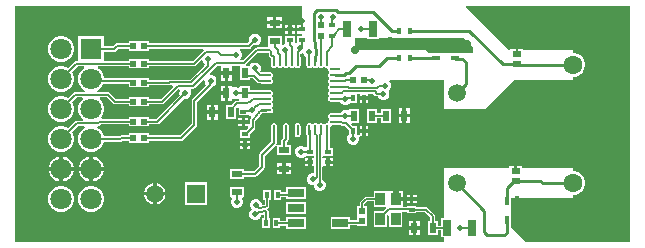
<source format=gtl>
G04*
G04 #@! TF.GenerationSoftware,Altium Limited,Altium Designer,21.8.1 (53)*
G04*
G04 Layer_Physical_Order=1*
G04 Layer_Color=255*
%FSAX44Y44*%
%MOMM*%
G71*
G04*
G04 #@! TF.SameCoordinates,5CBFF69A-9E9C-4C7E-BD42-F0D9998AF3AF*
G04*
G04*
G04 #@! TF.FilePolarity,Positive*
G04*
G01*
G75*
%ADD12C,0.2000*%
%ADD13C,0.1500*%
%ADD32C,1.6000*%
%ADD41R,0.6000X0.9500*%
%ADD42R,0.9500X0.6000*%
%ADD43R,0.5500X0.5500*%
%ADD44R,0.5500X0.5500*%
%ADD45R,0.4000X0.5500*%
%ADD46R,0.8000X1.3500*%
%ADD47O,0.2500X0.9000*%
%ADD48O,0.9000X0.2500*%
%ADD49R,4.5000X4.5000*%
%ADD50R,0.9000X1.1000*%
%ADD51R,1.4000X0.7600*%
%ADD52R,0.5500X0.4000*%
%ADD53R,0.8000X0.5500*%
%ADD54R,0.3500X0.8000*%
%ADD55R,0.3500X2.4000*%
%ADD56R,0.8000X0.3500*%
%ADD57R,2.4000X0.3500*%
%ADD58C,0.2297*%
%ADD59C,0.1411*%
%ADD60R,0.5000X1.5000*%
%ADD61R,2.0000X2.5000*%
%ADD62C,1.5000*%
%ADD63C,2.2000*%
%ADD64R,1.8000X1.8000*%
%ADD65C,1.8000*%
%ADD66R,1.5000X1.5000*%
%ADD67C,0.7000*%
%ADD68C,0.5000*%
%ADD69C,0.4600*%
G36*
X00390000Y00065000D02*
Y00060000D01*
X00352500D01*
X00350000Y00062500D01*
X00290000D01*
Y00072500D01*
X00299980D01*
Y00071980D01*
X00310520D01*
Y00072500D01*
X00382500D01*
X00390000Y00065000D01*
D02*
G37*
G36*
X00522500Y-00100000D02*
X00435000D01*
X00422500Y-00087500D01*
Y-00062500D01*
X00475000D01*
Y-00060000D01*
X00476316D01*
X00478860Y-00059318D01*
X00481140Y-00058002D01*
X00483002Y-00056140D01*
X00484319Y-00053860D01*
X00485000Y-00051316D01*
Y-00048684D01*
X00484319Y-00046140D01*
X00483002Y-00043860D01*
X00481140Y-00041998D01*
X00478860Y-00040682D01*
X00476316Y-00040000D01*
X00475000D01*
Y-00037500D01*
X00431500D01*
Y-00035500D01*
X00427500D01*
Y-00039750D01*
X00424500D01*
Y-00035500D01*
X00420500D01*
Y-00037500D01*
X00365000D01*
Y-00079980D01*
X00362480D01*
Y-00085986D01*
X00360020D01*
Y-00081980D01*
X00357764D01*
Y-00077750D01*
X00357611Y-00076979D01*
X00357174Y-00076326D01*
X00351924Y-00071076D01*
X00351271Y-00070639D01*
X00350500Y-00070486D01*
X00342020D01*
Y-00069230D01*
X00333980D01*
Y-00070236D01*
X00330500D01*
Y-00065000D01*
X00324500D01*
Y-00063500D01*
X00323000D01*
Y-00056500D01*
X00318500D01*
Y-00056634D01*
X00317270Y-00056730D01*
X00317230Y-00056730D01*
X00305730D01*
Y-00061486D01*
X00299750D01*
X00299750Y-00061486D01*
X00298979Y-00061639D01*
X00298326Y-00062076D01*
X00294576Y-00065826D01*
X00294139Y-00066479D01*
X00293986Y-00067250D01*
Y-00069480D01*
X00291980D01*
Y-00077210D01*
X00291980Y-00077520D01*
Y-00078480D01*
X00291980Y-00078790D01*
Y-00081486D01*
X00285970D01*
Y-00078430D01*
X00269430D01*
Y-00088570D01*
X00285970D01*
Y-00085514D01*
X00291980D01*
Y-00086520D01*
X00300020D01*
Y-00078790D01*
X00300020Y-00078480D01*
Y-00077520D01*
X00300020Y-00077210D01*
Y-00069480D01*
X00298014D01*
Y-00068084D01*
X00300584Y-00065514D01*
X00305730D01*
Y-00070270D01*
X00316086D01*
X00316612Y-00071540D01*
X00314422Y-00073730D01*
X00305730D01*
Y-00087270D01*
X00317270D01*
Y-00077547D01*
X00317460Y-00077420D01*
X00318730Y-00078099D01*
Y-00087270D01*
X00330270D01*
Y-00074264D01*
X00333980D01*
Y-00075770D01*
X00342020D01*
Y-00074514D01*
X00349666D01*
X00353736Y-00078584D01*
Y-00081980D01*
X00351480D01*
Y-00094020D01*
X00360020D01*
Y-00090014D01*
X00362480D01*
Y-00096020D01*
X00365000D01*
Y-00100000D01*
X00002500D01*
Y00100000D01*
X00245000D01*
Y00083500D01*
X00240750D01*
Y00081500D01*
X00245000D01*
Y00078500D01*
X00240750D01*
Y00076500D01*
X00245000D01*
Y00074270D01*
X00240980D01*
Y00068887D01*
X00240242Y00068327D01*
X00239020Y00068878D01*
Y00074270D01*
X00230980D01*
X00230980Y00067730D01*
X00229789Y00067540D01*
X00229748D01*
X00229076Y00067262D01*
X00228020Y00067967D01*
Y00074520D01*
X00215980D01*
Y00065980D01*
X00215980D01*
X00215728Y00064815D01*
X00207000D01*
X00206114Y00064638D01*
X00205363Y00064137D01*
X00195041Y00053815D01*
X00193488D01*
X00192962Y00055085D01*
X00193523Y00055645D01*
X00194290Y00057498D01*
Y00059503D01*
X00193523Y00061355D01*
X00192462Y00062415D01*
X00192967Y00063685D01*
X00200000D01*
X00200886Y00063862D01*
X00201637Y00064363D01*
X00203957Y00066684D01*
X00204498Y00066460D01*
X00206502D01*
X00208355Y00067227D01*
X00209773Y00068645D01*
X00210540Y00070497D01*
Y00072502D01*
X00209773Y00074355D01*
X00208355Y00075773D01*
X00206502Y00076540D01*
X00204498D01*
X00202645Y00075773D01*
X00201227Y00074355D01*
X00200460Y00072502D01*
Y00070497D01*
X00200684Y00069957D01*
X00199041Y00068314D01*
X00115520D01*
Y00070020D01*
X00107790D01*
X00107480Y00070020D01*
X00106520D01*
X00106210Y00070020D01*
X00098480D01*
Y00068314D01*
X00088750D01*
X00087864Y00068138D01*
X00087113Y00067637D01*
X00085291Y00065814D01*
X00077670D01*
Y00074500D01*
X00055670D01*
Y00053314D01*
X00054170D01*
X00053284Y00053138D01*
X00052533Y00052637D01*
X00047248Y00047351D01*
X00045516Y00048350D01*
X00042718Y00049100D01*
X00039822D01*
X00037024Y00048350D01*
X00034516Y00046902D01*
X00032468Y00044854D01*
X00031020Y00042346D01*
X00030270Y00039548D01*
Y00036652D01*
X00031020Y00033854D01*
X00032468Y00031346D01*
X00034516Y00029298D01*
X00037024Y00027850D01*
X00039822Y00027100D01*
X00042718D01*
X00045516Y00027850D01*
X00048024Y00029298D01*
X00050072Y00031346D01*
X00051520Y00033854D01*
X00052270Y00036652D01*
Y00039548D01*
X00051520Y00042346D01*
X00050521Y00044078D01*
X00055129Y00048685D01*
X00060465D01*
X00060805Y00047415D01*
X00059916Y00046902D01*
X00057868Y00044854D01*
X00056420Y00042346D01*
X00055670Y00039548D01*
Y00036652D01*
X00056420Y00033854D01*
X00057868Y00031346D01*
X00059916Y00029298D01*
X00061584Y00028335D01*
X00061244Y00027064D01*
X00053320D01*
X00052434Y00026888D01*
X00051683Y00026387D01*
X00047247Y00021951D01*
X00045516Y00022950D01*
X00042718Y00023700D01*
X00039822D01*
X00037024Y00022950D01*
X00034516Y00021502D01*
X00032468Y00019454D01*
X00031020Y00016946D01*
X00030270Y00014148D01*
Y00011252D01*
X00031020Y00008454D01*
X00032468Y00005946D01*
X00034516Y00003898D01*
X00037024Y00002450D01*
X00039822Y00001700D01*
X00042718D01*
X00045516Y00002450D01*
X00048024Y00003898D01*
X00050072Y00005946D01*
X00051520Y00008454D01*
X00052270Y00011252D01*
Y00014148D01*
X00051520Y00016946D01*
X00050521Y00018677D01*
X00054279Y00022436D01*
X00059103D01*
X00059579Y00021165D01*
X00057868Y00019454D01*
X00056420Y00016946D01*
X00055670Y00014148D01*
Y00011252D01*
X00056420Y00008454D01*
X00057868Y00005946D01*
X00059729Y00004085D01*
X00059465Y00002815D01*
X00054470D01*
X00053584Y00002638D01*
X00052833Y00002137D01*
X00047247Y-00003449D01*
X00045516Y-00002450D01*
X00042718Y-00001700D01*
X00039822D01*
X00037024Y-00002450D01*
X00034516Y-00003898D01*
X00032468Y-00005946D01*
X00031020Y-00008454D01*
X00030270Y-00011252D01*
Y-00014148D01*
X00031020Y-00016946D01*
X00032468Y-00019454D01*
X00034516Y-00021502D01*
X00037024Y-00022950D01*
X00039822Y-00023700D01*
X00042718D01*
X00045516Y-00022950D01*
X00048024Y-00021502D01*
X00050072Y-00019454D01*
X00051520Y-00016946D01*
X00052270Y-00014148D01*
Y-00011252D01*
X00051520Y-00008454D01*
X00050521Y-00006723D01*
X00055429Y-00001814D01*
X00060984D01*
X00061325Y-00003085D01*
X00059916Y-00003898D01*
X00057868Y-00005946D01*
X00056420Y-00008454D01*
X00055670Y-00011252D01*
Y-00014148D01*
X00056420Y-00016946D01*
X00057868Y-00019454D01*
X00059916Y-00021502D01*
X00062424Y-00022950D01*
X00065222Y-00023700D01*
X00068118D01*
X00070916Y-00022950D01*
X00073424Y-00021502D01*
X00075472Y-00019454D01*
X00076920Y-00016946D01*
X00077438Y-00015014D01*
X00091300D01*
X00092186Y-00014838D01*
X00092937Y-00014337D01*
X00092959Y-00014315D01*
X00098480D01*
Y-00016020D01*
X00106210D01*
X00106520Y-00016020D01*
X00107480D01*
X00107790Y-00016020D01*
X00115520D01*
Y-00014315D01*
X00143000D01*
X00143886Y-00014138D01*
X00144637Y-00013637D01*
X00155762Y-00002512D01*
X00156263Y-00001761D01*
X00156440Y-00000875D01*
Y00018916D01*
X00168997Y00031474D01*
X00169078Y00031595D01*
X00170605Y00032227D01*
X00172023Y00033645D01*
X00172790Y00035498D01*
Y00037503D01*
X00172023Y00039355D01*
X00170605Y00040773D01*
X00168752Y00041540D01*
X00167609D01*
X00167083Y00042810D01*
X00173459Y00049186D01*
X00176750D01*
Y00044500D01*
X00181250D01*
X00185750D01*
Y00049186D01*
X00191279D01*
X00192480Y00049020D01*
X00192480Y00047916D01*
Y00036980D01*
X00201020D01*
Y00038686D01*
X00203541D01*
X00207268Y00034959D01*
X00208019Y00034457D01*
X00208770Y00034308D01*
X00208904Y00034281D01*
X00210535D01*
X00210767Y00034126D01*
X00211750Y00033931D01*
X00218250D01*
X00219233Y00034126D01*
X00220067Y00034683D01*
X00220624Y00035517D01*
X00220819Y00036500D01*
X00220624Y00037483D01*
X00220067Y00038317D01*
Y00039683D01*
D01*
X00220624Y00040517D01*
X00220819Y00041500D01*
X00220624Y00042483D01*
X00220067Y00043317D01*
X00219233Y00043874D01*
X00218250Y00044069D01*
X00211750D01*
X00210949Y00043910D01*
X00210696D01*
X00209866Y00044974D01*
X00210290Y00045998D01*
Y00048003D01*
X00209523Y00049855D01*
X00208105Y00051273D01*
X00207500Y00051523D01*
X00206252Y00052040D01*
X00204247D01*
X00202395Y00051273D01*
X00200977Y00049855D01*
X00200632Y00049020D01*
X00198589D01*
X00198063Y00050290D01*
X00207500Y00059727D01*
X00207773Y00060000D01*
X00207959Y00060185D01*
X00216857D01*
Y00060000D01*
Y00058714D01*
X00217033Y00057828D01*
X00217535Y00057077D01*
X00218931Y00055682D01*
Y00049750D01*
X00219126Y00048767D01*
X00219683Y00047933D01*
X00220517Y00047376D01*
X00221500Y00047181D01*
X00222483Y00047376D01*
X00223317Y00047933D01*
X00224683D01*
X00225517Y00047376D01*
X00226500Y00047181D01*
X00227483Y00047376D01*
X00228317Y00047933D01*
X00229683D01*
X00230517Y00047376D01*
X00231500Y00047181D01*
X00232483Y00047376D01*
X00233317Y00047933D01*
X00234683D01*
X00235517Y00047376D01*
X00236500Y00047181D01*
X00237483Y00047376D01*
X00238317Y00047933D01*
X00239683D01*
X00240517Y00047376D01*
X00241500Y00047181D01*
X00242483Y00047376D01*
X00243317Y00047933D01*
X00243730Y00048552D01*
X00243874Y00048767D01*
X00244069Y00049750D01*
Y00056250D01*
X00243874Y00057233D01*
X00243815Y00057322D01*
Y00059210D01*
X00244753D01*
X00246287Y00059845D01*
X00246977Y00058178D01*
X00248339Y00056817D01*
X00248990Y00056547D01*
X00248931Y00056250D01*
Y00049750D01*
X00249126Y00048767D01*
X00249683Y00047933D01*
X00250517Y00047376D01*
X00251500Y00047181D01*
X00252483Y00047376D01*
X00253317Y00047933D01*
X00254683D01*
X00255517Y00047376D01*
X00256500Y00047181D01*
X00257483Y00047376D01*
X00258317Y00047933D01*
X00259683D01*
X00260517Y00047376D01*
X00261500Y00047181D01*
X00262483Y00047376D01*
X00263317Y00047933D01*
X00264683D01*
X00265517Y00047376D01*
X00266500Y00047181D01*
X00267181Y00046500D01*
X00267376Y00045517D01*
X00267933Y00044683D01*
Y00043317D01*
X00267376Y00042483D01*
X00267181Y00041500D01*
X00267376Y00040517D01*
X00267933Y00039683D01*
Y00038317D01*
X00267376Y00037483D01*
X00267181Y00036500D01*
X00267376Y00035517D01*
X00267933Y00034683D01*
Y00033317D01*
X00267376Y00032483D01*
X00267181Y00031500D01*
X00267376Y00030517D01*
X00267933Y00029683D01*
Y00028317D01*
X00267376Y00027483D01*
X00267181Y00026500D01*
X00267376Y00025517D01*
X00267933Y00024683D01*
Y00023317D01*
X00267376Y00022483D01*
X00267181Y00021500D01*
X00267376Y00020517D01*
X00267933Y00019683D01*
X00268767Y00019126D01*
X00269750Y00018931D01*
X00276250D01*
X00276455Y00018971D01*
X00276635Y00018936D01*
X00277503D01*
X00277727Y00018395D01*
X00279145Y00016977D01*
X00280998Y00016210D01*
X00283002D01*
X00284855Y00016977D01*
X00285858Y00017980D01*
X00291770D01*
Y00025506D01*
X00294000D01*
Y00023500D01*
X00297500D01*
Y00022000D01*
D01*
Y00023500D01*
X00301000D01*
Y00025506D01*
X00305706D01*
X00307148Y00024065D01*
X00307899Y00023563D01*
X00308784Y00023387D01*
X00309436D01*
X00309897Y00022272D01*
X00311315Y00020855D01*
X00313168Y00020087D01*
X00315173D01*
X00317025Y00020855D01*
X00318443Y00022272D01*
X00319210Y00024125D01*
Y00026130D01*
X00318866Y00026961D01*
X00318605Y00028227D01*
X00320023Y00029645D01*
X00320790Y00031497D01*
Y00033503D01*
X00320023Y00035355D01*
X00319148Y00036230D01*
X00319674Y00037500D01*
X00365000D01*
Y00012500D01*
X00400000D01*
X00425000Y00037500D01*
X00475000D01*
Y00040000D01*
X00476316D01*
X00478860Y00040682D01*
X00481140Y00041998D01*
X00483002Y00043860D01*
X00484319Y00046140D01*
X00485000Y00048684D01*
Y00051316D01*
X00484319Y00053860D01*
X00483002Y00056140D01*
X00481140Y00058002D01*
X00478860Y00059318D01*
X00476316Y00060000D01*
X00475000D01*
Y00062500D01*
X00432500D01*
Y00063250D01*
X00421500D01*
Y00062500D01*
X00420000D01*
X00383673Y00098827D01*
X00384159Y00100000D01*
X00522500D01*
Y-00100000D01*
D02*
G37*
G36*
X00161850Y00062463D02*
X00161850Y00062415D01*
X00152750Y00053314D01*
X00115520D01*
Y00055020D01*
X00107790D01*
X00107480Y00055020D01*
X00106520D01*
X00106210Y00055020D01*
X00098480D01*
Y00053314D01*
X00077670D01*
Y00061185D01*
X00086250D01*
X00087136Y00061362D01*
X00087887Y00061863D01*
X00089709Y00063685D01*
X00098480D01*
Y00061980D01*
X00106210D01*
X00106520Y00061980D01*
X00107480D01*
X00107790Y00061980D01*
X00115520D01*
Y00063685D01*
X00161460D01*
X00161850Y00062463D01*
D02*
G37*
G36*
X00161126Y00053348D02*
X00161727Y00051895D01*
X00163145Y00050477D01*
X00162470Y00049493D01*
X00150470Y00037494D01*
X00132429D01*
X00131543Y00037317D01*
X00131539Y00037315D01*
X00115520D01*
Y00039020D01*
X00107790D01*
X00107480Y00039020D01*
X00106520D01*
X00106210Y00039020D01*
X00098480D01*
Y00038865D01*
X00077670D01*
Y00039548D01*
X00076920Y00042346D01*
X00075472Y00044854D01*
X00073424Y00046902D01*
X00072535Y00047415D01*
X00072875Y00048685D01*
X00098480D01*
Y00046980D01*
X00106210D01*
X00106520Y00046980D01*
X00107480D01*
X00107790Y00046980D01*
X00115520D01*
Y00048685D01*
X00153708D01*
X00154594Y00048862D01*
X00155345Y00049363D01*
X00159787Y00053805D01*
X00161126Y00053348D01*
D02*
G37*
G36*
X00098480Y00030980D02*
X00106210D01*
X00106520Y00030980D01*
X00107480D01*
X00107790Y00030980D01*
X00115520D01*
Y00032685D01*
X00132250D01*
X00133136Y00032862D01*
X00133140Y00032864D01*
X00135432D01*
X00135918Y00031691D01*
X00125541Y00021314D01*
X00115520D01*
Y00023020D01*
X00107790D01*
X00107480Y00023020D01*
X00106520D01*
X00106210Y00023020D01*
X00098480D01*
Y00021314D01*
X00087459D01*
X00082387Y00026387D01*
X00081636Y00026888D01*
X00080750Y00027064D01*
X00072096D01*
X00071756Y00028335D01*
X00073424Y00029298D01*
X00075472Y00031346D01*
X00076920Y00033854D01*
X00077023Y00034235D01*
X00098480D01*
Y00030980D01*
D02*
G37*
G36*
X00162710Y00036641D02*
Y00035498D01*
X00163477Y00033645D01*
X00164050Y00033073D01*
X00152488Y00021512D01*
X00151987Y00020761D01*
X00151811Y00019875D01*
Y00000084D01*
X00142041Y-00009686D01*
X00115520D01*
Y-00007980D01*
X00107790D01*
X00107480Y-00007980D01*
X00106520D01*
X00106210Y-00007980D01*
X00098480D01*
Y-00009686D01*
X00092000D01*
X00091114Y-00009862D01*
X00090363Y-00010363D01*
X00090341Y-00010386D01*
X00077438D01*
X00076920Y-00008454D01*
X00075472Y-00005946D01*
X00073424Y-00003898D01*
X00072015Y-00003085D01*
X00072356Y-00001814D01*
X00072500D01*
X00073386Y-00001638D01*
X00074137Y-00001137D01*
X00074959Y-00000314D01*
X00098480D01*
Y-00002020D01*
X00106210D01*
X00106520Y-00002020D01*
X00107480D01*
X00107790Y-00002020D01*
X00115520D01*
Y-00000314D01*
X00122250D01*
X00123136Y-00000138D01*
X00123887Y00000363D01*
X00144957Y00021434D01*
X00145498Y00021210D01*
X00147502D01*
X00149355Y00021977D01*
X00150773Y00023395D01*
X00151540Y00025247D01*
Y00027253D01*
X00150938Y00028705D01*
X00151561Y00029976D01*
X00153290D01*
X00154176Y00030152D01*
X00154927Y00030653D01*
X00161440Y00037167D01*
X00162710Y00036641D01*
D02*
G37*
G36*
X00141112Y00029415D02*
X00141827Y00028138D01*
X00141460Y00027253D01*
Y00025247D01*
X00141684Y00024707D01*
X00121291Y00004315D01*
X00115520D01*
Y00006020D01*
X00107790D01*
X00107480Y00006020D01*
X00106520D01*
X00106210Y00006020D01*
X00098480D01*
Y00004315D01*
X00075637D01*
X00075111Y00005584D01*
X00075472Y00005946D01*
X00076920Y00008454D01*
X00077670Y00011252D01*
Y00014148D01*
X00076920Y00016946D01*
X00075472Y00019454D01*
X00073761Y00021165D01*
X00074237Y00022436D01*
X00079791D01*
X00084863Y00017363D01*
X00085614Y00016862D01*
X00086500Y00016686D01*
X00098480D01*
Y00014980D01*
X00106210D01*
X00106520Y00014980D01*
X00107480D01*
X00107790Y00014980D01*
X00115520D01*
Y00016686D01*
X00126500D01*
X00127386Y00016862D01*
X00128137Y00017363D01*
X00140292Y00029519D01*
X00141112Y00029415D01*
D02*
G37*
%LPC*%
G36*
X00228250Y00090250D02*
X00223500D01*
Y00087250D01*
X00228250D01*
Y00090250D01*
D02*
G37*
G36*
X00220500D02*
X00215750D01*
Y00087250D01*
X00220500D01*
Y00090250D01*
D02*
G37*
G36*
X00239250Y00083500D02*
X00236500D01*
Y00081500D01*
X00239250D01*
Y00083500D01*
D02*
G37*
G36*
X00233500D02*
X00230750D01*
Y00081500D01*
X00233500D01*
Y00083500D01*
D02*
G37*
G36*
X00228250Y00084250D02*
X00223500D01*
Y00081250D01*
X00228250D01*
Y00084250D01*
D02*
G37*
G36*
X00220500D02*
X00215750D01*
Y00081250D01*
X00220500D01*
Y00084250D01*
D02*
G37*
G36*
X00239250Y00078500D02*
X00236500D01*
Y00076500D01*
X00239250D01*
Y00078500D01*
D02*
G37*
G36*
X00233500D02*
X00230750D01*
Y00076500D01*
X00233500D01*
Y00078500D01*
D02*
G37*
G36*
X00042718Y00074500D02*
X00039822D01*
X00037024Y00073750D01*
X00034516Y00072302D01*
X00032468Y00070254D01*
X00031020Y00067746D01*
X00030270Y00064948D01*
Y00062052D01*
X00031020Y00059254D01*
X00032468Y00056746D01*
X00034516Y00054698D01*
X00037024Y00053250D01*
X00039822Y00052500D01*
X00042718D01*
X00045516Y00053250D01*
X00048024Y00054698D01*
X00050072Y00056746D01*
X00051520Y00059254D01*
X00052270Y00062052D01*
Y00064948D01*
X00051520Y00067746D01*
X00050072Y00070254D01*
X00048024Y00072302D01*
X00045516Y00073750D01*
X00042718Y00074500D01*
D02*
G37*
G36*
X00185750Y00041500D02*
X00182750D01*
Y00036750D01*
X00185750D01*
Y00041500D01*
D02*
G37*
G36*
X00179750D02*
X00176750D01*
Y00036750D01*
X00179750D01*
Y00041500D01*
D02*
G37*
G36*
X00179750Y00032250D02*
X00176750D01*
Y00027500D01*
X00179750D01*
Y00032250D01*
D02*
G37*
G36*
Y00024500D02*
X00176750D01*
Y00019750D01*
X00179750D01*
Y00024500D01*
D02*
G37*
G36*
X00301000Y00020500D02*
X00299000D01*
Y00017750D01*
X00301000D01*
Y00020500D01*
D02*
G37*
G36*
X00296000D02*
X00294000D01*
Y00017750D01*
X00296000D01*
Y00020500D01*
D02*
G37*
G36*
X00173750Y00016250D02*
X00170750D01*
Y00011500D01*
X00173750D01*
Y00016250D01*
D02*
G37*
G36*
X00167750D02*
X00164750D01*
Y00011500D01*
X00167750D01*
Y00016250D01*
D02*
G37*
G36*
X00293270Y00013020D02*
X00284730D01*
Y00011968D01*
X00283674Y00011262D01*
X00283002Y00011540D01*
X00280998D01*
X00279145Y00010773D01*
X00277727Y00009355D01*
X00277233Y00008874D01*
X00276250Y00009069D01*
X00269750D01*
X00268767Y00008874D01*
X00267933Y00008317D01*
X00267376Y00007483D01*
X00267181Y00006500D01*
X00267376Y00005517D01*
X00267933Y00004683D01*
Y00003317D01*
X00267376Y00002483D01*
X00267181Y00001500D01*
X00266500Y00000819D01*
X00265517Y00000624D01*
X00264683Y00000067D01*
X00263317D01*
X00262483Y00000624D01*
X00261500Y00000819D01*
X00260517Y00000624D01*
X00259683Y00000067D01*
X00258317D01*
X00257483Y00000624D01*
X00256500Y00000819D01*
X00255517Y00000624D01*
X00254683Y00000067D01*
X00253317D01*
X00252483Y00000624D01*
X00251500Y00000819D01*
X00250517Y00000624D01*
X00249683Y00000067D01*
X00249126Y-00000767D01*
X00248931Y-00001750D01*
Y-00008250D01*
X00249126Y-00009233D01*
X00249281Y-00009465D01*
Y-00012500D01*
Y-00019394D01*
X00248011Y-00019884D01*
X00247355Y-00019227D01*
X00245502Y-00018460D01*
X00243498D01*
X00241645Y-00019227D01*
X00240227Y-00020645D01*
X00239460Y-00022497D01*
Y-00024502D01*
X00240227Y-00026355D01*
X00241645Y-00027773D01*
X00243498Y-00028540D01*
X00245502D01*
X00247355Y-00027773D01*
X00248358Y-00026770D01*
X00255646D01*
Y-00029000D01*
X00253500D01*
Y-00032500D01*
Y-00036000D01*
X00255646D01*
Y-00041507D01*
X00255339Y-00041712D01*
X00253334D01*
X00251481Y-00042479D01*
X00250064Y-00043897D01*
X00249296Y-00045749D01*
Y-00047754D01*
X00250064Y-00049607D01*
X00251481Y-00051025D01*
X00253334Y-00051792D01*
X00255099D01*
Y-00052891D01*
X00255867Y-00054744D01*
X00257284Y-00056161D01*
X00259137Y-00056929D01*
X00261142D01*
X00262994Y-00056161D01*
X00264412Y-00054744D01*
X00265179Y-00052891D01*
Y-00050886D01*
X00264412Y-00049034D01*
X00262994Y-00047616D01*
X00262218Y-00047295D01*
X00262354Y-00046611D01*
Y-00037106D01*
X00262750Y-00036000D01*
X00263624Y-00036000D01*
X00265500D01*
Y-00032500D01*
Y-00029000D01*
X00262750D01*
X00262354Y-00027894D01*
Y-00027781D01*
X00262980Y-00026770D01*
X00271020D01*
Y-00020230D01*
X00268910D01*
Y-00009050D01*
X00269069Y-00008250D01*
Y-00002229D01*
X00269498Y-00001498D01*
X00270229Y-00001069D01*
X00276250D01*
X00277051Y-00000910D01*
X00277595D01*
X00277862Y-00001177D01*
X00278612Y-00001678D01*
X00279498Y-00001854D01*
X00281831D01*
X00285230Y-00005253D01*
Y-00008642D01*
X00284227Y-00009645D01*
X00283460Y-00011497D01*
Y-00013503D01*
X00284227Y-00015355D01*
X00285645Y-00016773D01*
X00287498Y-00017540D01*
X00289503D01*
X00291355Y-00016773D01*
X00292773Y-00015355D01*
X00293540Y-00013503D01*
Y-00011627D01*
X00294097Y-00010583D01*
Y-00010583D01*
X00294097Y-00010583D01*
X00294097Y-00010583D01*
X00294398Y-00010250D01*
X00294747Y-00010250D01*
X00296000D01*
Y-00007500D01*
X00294000D01*
Y-00009140D01*
X00294000Y-00009289D01*
X00293396Y-00009464D01*
X00292220Y-00009093D01*
X00291770Y-00008642D01*
Y-00001980D01*
X00288503D01*
X00286716Y-00000193D01*
X00287202Y00000980D01*
X00293270D01*
Y00013020D01*
D02*
G37*
G36*
X00320520D02*
X00311980D01*
Y00009315D01*
X00308770D01*
Y00013020D01*
X00300230D01*
Y00000980D01*
X00308770D01*
Y00004685D01*
X00311980D01*
Y00000980D01*
X00320520D01*
Y00013020D01*
D02*
G37*
G36*
X00336250Y00013250D02*
X00333250D01*
Y00008500D01*
X00336250D01*
Y00013250D01*
D02*
G37*
G36*
X00330250D02*
X00327250D01*
Y00008500D01*
X00330250D01*
Y00013250D01*
D02*
G37*
G36*
X00173750Y00008500D02*
X00170750D01*
Y00003750D01*
X00173750D01*
Y00008500D01*
D02*
G37*
G36*
X00167750D02*
X00164750D01*
Y00003750D01*
X00167750D01*
Y00008500D01*
D02*
G37*
G36*
X00199750Y00005000D02*
X00197000D01*
Y00003000D01*
X00199750D01*
Y00005000D01*
D02*
G37*
G36*
X00194000D02*
X00191250D01*
Y00003000D01*
X00194000D01*
Y00005000D01*
D02*
G37*
G36*
X00336250Y00005500D02*
X00333250D01*
Y00000750D01*
X00336250D01*
Y00005500D01*
D02*
G37*
G36*
X00330250D02*
X00327250D01*
Y00000750D01*
X00330250D01*
Y00005500D01*
D02*
G37*
G36*
X00185750Y00032250D02*
X00182750D01*
Y00026000D01*
Y00019750D01*
X00185750D01*
Y00020766D01*
X00187020Y00021615D01*
X00187997Y00021210D01*
X00190002D01*
X00190885Y00021576D01*
X00191969Y00020810D01*
X00191778Y00019883D01*
X00191279Y00019814D01*
X00190500D01*
X00189614Y00019638D01*
X00188863Y00019137D01*
X00185747Y00016020D01*
X00180480D01*
Y00003980D01*
X00189020D01*
Y00012747D01*
X00190262Y00013989D01*
X00190353Y00014041D01*
X00191480Y00013411D01*
X00191480Y00012649D01*
Y00007230D01*
X00199520D01*
X00199520Y00007230D01*
Y00007230D01*
X00200738Y00007104D01*
X00201596Y00006749D01*
X00201859D01*
X00202345Y00005576D01*
X00201863Y00005095D01*
X00201362Y00004344D01*
X00201185Y00003458D01*
Y-00000651D01*
X00201020Y-00000761D01*
X00199750Y-00000083D01*
Y00000000D01*
X00197000D01*
Y-00002000D01*
X00198660D01*
X00199181Y-00002000D01*
X00199707Y-00003270D01*
X00197747Y-00005230D01*
X00192980D01*
Y-00011770D01*
X00201020D01*
Y-00008503D01*
X00205137Y-00004387D01*
X00205638Y-00003636D01*
X00205814Y-00002750D01*
Y00002500D01*
X00209137Y00005822D01*
X00209638Y00006572D01*
X00209776Y00007263D01*
X00210275Y00007762D01*
X00210776Y00008513D01*
X00211750Y00008931D01*
X00218250D01*
X00219233Y00009126D01*
X00220067Y00009683D01*
X00220624Y00010517D01*
X00220819Y00011500D01*
X00220624Y00012483D01*
X00220067Y00013317D01*
D01*
Y00014683D01*
X00220624Y00015517D01*
X00220819Y00016500D01*
X00220624Y00017483D01*
X00220067Y00018317D01*
Y00019683D01*
X00220624Y00020517D01*
X00220819Y00021500D01*
X00220624Y00022483D01*
X00220067Y00023317D01*
Y00024683D01*
X00220624Y00025517D01*
X00220819Y00026500D01*
X00220624Y00027483D01*
X00220067Y00028317D01*
X00219233Y00028874D01*
X00218250Y00029069D01*
X00211750D01*
X00210767Y00028874D01*
X00210304Y00028565D01*
X00201020D01*
Y00032020D01*
X00192480D01*
Y00031557D01*
X00191210Y00030790D01*
X00190002Y00031290D01*
X00187997D01*
X00187020Y00030885D01*
X00185750Y00031734D01*
Y00032250D01*
D02*
G37*
G36*
X00194000Y00000000D02*
X00191250D01*
Y-00002000D01*
X00194000D01*
Y00000000D01*
D02*
G37*
G36*
X00301000Y-00001750D02*
X00299000D01*
Y-00004500D01*
X00301000D01*
Y-00001750D01*
D02*
G37*
G36*
X00296000D02*
X00294000D01*
Y-00004500D01*
X00296000D01*
Y-00001750D01*
D02*
G37*
G36*
X00301000Y-00007500D02*
X00299000D01*
Y-00010250D01*
X00301000D01*
Y-00007500D01*
D02*
G37*
G36*
X00241500Y00000819D02*
X00240517Y00000624D01*
X00239683Y00000067D01*
X00239126Y-00000767D01*
X00238931Y-00001750D01*
Y-00008250D01*
X00239126Y-00009233D01*
X00239683Y-00010067D01*
X00240517Y-00010624D01*
X00241500Y-00010819D01*
X00242483Y-00010624D01*
X00243317Y-00010067D01*
X00243874Y-00009233D01*
X00244069Y-00008250D01*
Y-00001750D01*
X00243874Y-00000767D01*
X00243317Y00000067D01*
X00242483Y00000624D01*
X00241500Y00000819D01*
D02*
G37*
G36*
X00201250Y-00014000D02*
X00198500D01*
Y-00016000D01*
X00201250D01*
Y-00014000D01*
D02*
G37*
G36*
X00195500D02*
X00192750D01*
Y-00016000D01*
X00195500D01*
Y-00014000D01*
D02*
G37*
G36*
X00231500Y00000819D02*
X00230517Y00000624D01*
X00229683Y00000067D01*
X00229126Y-00000767D01*
X00228931Y-00001750D01*
Y-00008250D01*
X00229126Y-00009233D01*
X00229186Y-00009322D01*
Y-00011541D01*
X00228363Y-00012363D01*
X00227862Y-00013114D01*
X00227686Y-00014000D01*
Y-00017980D01*
X00225191D01*
X00224268Y-00017980D01*
X00223439Y-00016934D01*
X00223638Y-00016636D01*
X00223815Y-00015750D01*
Y-00012500D01*
Y-00009322D01*
X00223874Y-00009233D01*
X00224069Y-00008250D01*
Y-00001750D01*
X00223874Y-00000767D01*
X00223317Y00000067D01*
X00222483Y00000624D01*
X00221500Y00000819D01*
X00220517Y00000624D01*
X00219683Y00000067D01*
X00219126Y-00000767D01*
X00218931Y-00001750D01*
Y-00008250D01*
X00219126Y-00009233D01*
X00219186Y-00009322D01*
Y-00012500D01*
Y-00014791D01*
X00209613Y-00024363D01*
X00209112Y-00025114D01*
X00208936Y-00026000D01*
Y-00035291D01*
X00204291Y-00039936D01*
X00196020D01*
Y-00037980D01*
X00183980D01*
Y-00046520D01*
X00196020D01*
Y-00044564D01*
X00205250D01*
X00206136Y-00044388D01*
X00206887Y-00043887D01*
X00212887Y-00037887D01*
X00213388Y-00037136D01*
X00213564Y-00036250D01*
Y-00026959D01*
X00222828Y-00017695D01*
X00223980Y-00018339D01*
X00223980Y-00019131D01*
Y-00026520D01*
X00236020D01*
Y-00017980D01*
X00232314D01*
Y-00014959D01*
X00233137Y-00014137D01*
X00233638Y-00013386D01*
X00233815Y-00012500D01*
Y-00012500D01*
Y-00009322D01*
X00233874Y-00009233D01*
X00234069Y-00008250D01*
Y-00001750D01*
X00233874Y-00000767D01*
X00233317Y00000067D01*
X00232483Y00000624D01*
X00231500Y00000819D01*
D02*
G37*
G36*
X00201250Y-00019000D02*
X00198500D01*
Y-00021000D01*
X00201250D01*
Y-00019000D01*
D02*
G37*
G36*
X00195500D02*
X00192750D01*
Y-00021000D01*
X00195500D01*
Y-00019000D01*
D02*
G37*
G36*
X00268500Y-00029000D02*
Y-00031000D01*
X00271250D01*
Y-00029000D01*
X00268500D01*
D02*
G37*
G36*
X00250500D02*
X00247750D01*
Y-00031000D01*
X00250500D01*
Y-00029000D01*
D02*
G37*
G36*
X00271250Y-00034000D02*
X00268500D01*
Y-00036000D01*
X00271250D01*
Y-00034000D01*
D02*
G37*
G36*
X00250500D02*
X00247750D01*
Y-00036000D01*
X00250500D01*
Y-00034000D01*
D02*
G37*
G36*
X00236250Y-00033250D02*
X00231500D01*
Y-00036250D01*
X00236250D01*
Y-00033250D01*
D02*
G37*
G36*
X00228500D02*
X00223750D01*
Y-00036250D01*
X00228500D01*
Y-00033250D01*
D02*
G37*
G36*
X00042770Y-00027631D02*
Y-00036600D01*
X00051739D01*
X00051054Y-00034047D01*
X00049672Y-00031653D01*
X00047717Y-00029698D01*
X00045323Y-00028316D01*
X00042770Y-00027631D01*
D02*
G37*
G36*
X00039770D02*
X00037217Y-00028316D01*
X00034823Y-00029698D01*
X00032868Y-00031653D01*
X00031486Y-00034047D01*
X00030801Y-00036600D01*
X00039770D01*
Y-00027631D01*
D02*
G37*
G36*
X00068170Y-00027631D02*
Y-00036600D01*
X00077139D01*
X00076454Y-00034047D01*
X00075072Y-00031653D01*
X00073117Y-00029698D01*
X00070723Y-00028316D01*
X00068170Y-00027631D01*
D02*
G37*
G36*
X00065170Y-00027632D02*
X00062617Y-00028316D01*
X00060223Y-00029698D01*
X00058268Y-00031653D01*
X00056886Y-00034047D01*
X00056202Y-00036600D01*
X00065170D01*
Y-00027632D01*
D02*
G37*
G36*
X00236250Y-00039250D02*
X00231500D01*
Y-00042250D01*
X00236250D01*
Y-00039250D01*
D02*
G37*
G36*
X00228500D02*
X00223750D01*
Y-00042250D01*
X00228500D01*
Y-00039250D01*
D02*
G37*
G36*
X00065170Y-00039600D02*
X00056202D01*
X00056886Y-00042153D01*
X00058268Y-00044547D01*
X00060223Y-00046502D01*
X00062617Y-00047884D01*
X00065170Y-00048568D01*
Y-00039600D01*
D02*
G37*
G36*
X00051739Y-00039600D02*
X00042770D01*
Y-00048569D01*
X00045323Y-00047884D01*
X00047717Y-00046502D01*
X00049672Y-00044547D01*
X00051054Y-00042153D01*
X00051739Y-00039600D01*
D02*
G37*
G36*
X00039770D02*
X00030801D01*
X00031486Y-00042153D01*
X00032868Y-00044547D01*
X00034823Y-00046502D01*
X00037217Y-00047884D01*
X00039770Y-00048569D01*
Y-00039600D01*
D02*
G37*
G36*
X00077138Y-00039600D02*
X00068170D01*
Y-00048569D01*
X00070723Y-00047884D01*
X00073117Y-00046502D01*
X00075072Y-00044547D01*
X00076454Y-00042153D01*
X00077138Y-00039600D01*
D02*
G37*
G36*
X00286200Y-00053200D02*
X00279200D01*
Y-00057000D01*
X00286200D01*
Y-00053200D01*
D02*
G37*
G36*
X00276200D02*
X00269200D01*
Y-00057000D01*
X00276200D01*
Y-00053200D01*
D02*
G37*
G36*
X00122000Y-00050085D02*
Y-00057500D01*
X00129416D01*
X00128887Y-00055526D01*
X00127702Y-00053474D01*
X00126026Y-00051798D01*
X00123974Y-00050613D01*
X00122000Y-00050085D01*
D02*
G37*
G36*
X00119000D02*
X00117026Y-00050613D01*
X00114974Y-00051798D01*
X00113298Y-00053474D01*
X00112113Y-00055526D01*
X00111585Y-00057500D01*
X00119000D01*
Y-00050085D01*
D02*
G37*
G36*
X00248570Y-00053430D02*
X00232030D01*
Y-00057986D01*
X00227770D01*
Y-00055980D01*
X00221230D01*
Y-00064020D01*
X00227770D01*
Y-00062014D01*
X00232030D01*
Y-00063570D01*
X00248570D01*
Y-00053430D01*
D02*
G37*
G36*
X00330500Y-00056500D02*
X00326000D01*
Y-00062000D01*
X00330500D01*
Y-00056500D01*
D02*
G37*
G36*
X00342250Y-00060000D02*
X00339500D01*
Y-00062000D01*
X00342250D01*
Y-00060000D01*
D02*
G37*
G36*
X00336500D02*
X00333750D01*
Y-00062000D01*
X00336500D01*
Y-00060000D01*
D02*
G37*
G36*
X00286200Y-00060000D02*
X00279200D01*
Y-00063800D01*
X00286200D01*
Y-00060000D01*
D02*
G37*
G36*
X00276200D02*
X00269200D01*
Y-00063800D01*
X00276200D01*
Y-00060000D01*
D02*
G37*
G36*
X00342250Y-00065000D02*
X00339500D01*
Y-00067000D01*
X00342250D01*
Y-00065000D01*
D02*
G37*
G36*
X00336500D02*
X00333750D01*
Y-00067000D01*
X00336500D01*
Y-00065000D01*
D02*
G37*
G36*
X00129416Y-00060500D02*
X00122000D01*
Y-00067916D01*
X00123974Y-00067387D01*
X00126026Y-00066202D01*
X00127702Y-00064526D01*
X00128887Y-00062474D01*
X00129416Y-00060500D01*
D02*
G37*
G36*
X00119000D02*
X00111585D01*
X00112113Y-00062474D01*
X00113298Y-00064526D01*
X00114974Y-00066202D01*
X00117026Y-00067387D01*
X00119000Y-00067916D01*
Y-00060500D01*
D02*
G37*
G36*
X00165000Y-00049500D02*
X00146000D01*
Y-00068500D01*
X00165000D01*
Y-00049500D01*
D02*
G37*
G36*
X00218770Y-00055980D02*
X00212230D01*
Y-00064020D01*
X00213486D01*
Y-00068499D01*
X00213340Y-00068646D01*
X00211082D01*
Y-00067705D01*
X00210315Y-00065852D01*
X00208897Y-00064435D01*
X00207045Y-00063667D01*
X00205040D01*
X00203188Y-00064435D01*
X00201770Y-00065852D01*
X00201003Y-00067705D01*
Y-00069710D01*
X00201770Y-00071562D01*
X00202685Y-00072477D01*
X00201477Y-00073685D01*
X00200710Y-00075537D01*
Y-00077543D01*
X00201477Y-00079395D01*
X00202895Y-00080813D01*
X00204748Y-00081580D01*
X00206752D01*
X00208605Y-00080813D01*
X00210023Y-00079395D01*
X00210790Y-00077543D01*
Y-00076820D01*
X00211957Y-00076331D01*
X00212986Y-00077020D01*
Y-00079980D01*
X00211230D01*
Y-00088020D01*
X00217770D01*
Y-00079980D01*
X00217014D01*
Y-00074166D01*
X00216861Y-00073396D01*
X00216424Y-00072742D01*
X00215682Y-00072000D01*
X00216924Y-00070758D01*
X00217361Y-00070104D01*
X00217514Y-00069334D01*
Y-00064020D01*
X00218770D01*
Y-00055980D01*
D02*
G37*
G36*
X00196020Y-00053480D02*
X00183980D01*
Y-00062020D01*
X00184943D01*
X00185564Y-00063290D01*
X00184960Y-00064748D01*
Y-00066753D01*
X00185727Y-00068605D01*
X00187145Y-00070023D01*
X00188997Y-00070790D01*
X00191003D01*
X00192855Y-00070023D01*
X00194273Y-00068605D01*
X00195040Y-00066753D01*
Y-00064748D01*
X00194436Y-00063290D01*
X00195057Y-00062020D01*
X00196020D01*
Y-00053480D01*
D02*
G37*
G36*
X00068118Y-00052500D02*
X00065222D01*
X00062424Y-00053250D01*
X00059916Y-00054698D01*
X00057868Y-00056746D01*
X00056420Y-00059254D01*
X00055670Y-00062052D01*
Y-00064948D01*
X00056420Y-00067746D01*
X00057868Y-00070254D01*
X00059916Y-00072302D01*
X00062424Y-00073750D01*
X00065222Y-00074500D01*
X00068118D01*
X00070916Y-00073750D01*
X00073424Y-00072302D01*
X00075472Y-00070254D01*
X00076920Y-00067746D01*
X00077670Y-00064948D01*
Y-00062052D01*
X00076920Y-00059254D01*
X00075472Y-00056746D01*
X00073424Y-00054698D01*
X00070916Y-00053250D01*
X00068118Y-00052500D01*
D02*
G37*
G36*
X00042718D02*
X00039822D01*
X00037024Y-00053250D01*
X00034516Y-00054698D01*
X00032468Y-00056746D01*
X00031020Y-00059254D01*
X00030270Y-00062052D01*
Y-00064948D01*
X00031020Y-00067746D01*
X00032468Y-00070254D01*
X00034516Y-00072302D01*
X00037024Y-00073750D01*
X00039822Y-00074500D01*
X00042718D01*
X00045516Y-00073750D01*
X00048024Y-00072302D01*
X00050072Y-00070254D01*
X00051520Y-00067746D01*
X00052270Y-00064948D01*
Y-00062052D01*
X00051520Y-00059254D01*
X00050072Y-00056746D01*
X00048024Y-00054698D01*
X00045516Y-00053250D01*
X00042718Y-00052500D01*
D02*
G37*
G36*
X00248570Y-00065930D02*
X00232030D01*
Y-00076070D01*
X00248570D01*
Y-00065930D01*
D02*
G37*
G36*
Y-00078430D02*
X00232030D01*
Y-00081986D01*
X00226770D01*
Y-00079980D01*
X00220230D01*
Y-00088020D01*
X00226770D01*
Y-00086014D01*
X00232030D01*
Y-00088570D01*
X00248570D01*
Y-00078430D01*
D02*
G37*
G36*
X00344750Y-00081750D02*
X00341750D01*
Y-00086500D01*
X00344750D01*
Y-00081750D01*
D02*
G37*
G36*
X00338750D02*
X00335750D01*
Y-00086500D01*
X00338750D01*
Y-00081750D01*
D02*
G37*
G36*
X00344750Y-00089500D02*
X00341750D01*
Y-00094250D01*
X00344750D01*
Y-00089500D01*
D02*
G37*
G36*
X00338750D02*
X00335750D01*
Y-00094250D01*
X00338750D01*
Y-00089500D01*
D02*
G37*
%LPD*%
D12*
X00241500Y00053000D02*
Y00061188D01*
X00244875Y00066187D02*
Y00070875D01*
X00243750Y00065062D02*
X00244875Y00066187D01*
X00243750Y00063438D02*
Y00065062D01*
X00241500Y00061188D02*
X00243750Y00063438D01*
X00244875Y00070875D02*
X00245000Y00071000D01*
X00154125Y00019875D02*
X00167361Y00033111D01*
X00111500Y-00012000D02*
X00143000D01*
X00154125Y-00000875D02*
Y00019875D01*
X00143000Y-00012000D02*
X00154125Y-00000875D01*
X00167361Y00036111D02*
X00167750Y00036500D01*
X00167361Y00033111D02*
Y00036111D01*
X00427500Y00059500D02*
Y00067500D01*
X00427000Y00059000D02*
X00427500Y00059500D01*
X00207500Y00008260D02*
X00208638Y00009398D01*
X00203500Y00003458D02*
X00207500Y00007458D01*
X00208638Y00009398D02*
Y00010233D01*
X00207500Y00007458D02*
Y00008260D01*
X00208638Y00010233D02*
X00209810Y00011404D01*
X00214904D01*
X00215000Y00011500D01*
X00202598Y00011500D02*
X00203000D01*
X00202024Y00011215D02*
X00202598Y00011789D01*
X00195500Y00010500D02*
X00196215Y00011215D01*
X00202024D01*
X00203289Y00011789D02*
X00203410D01*
X00202598D02*
X00203289D01*
X00206961Y00014875D02*
X00208586Y00016500D01*
X00203000Y00011500D02*
X00203289Y00011789D01*
X00203410D02*
X00206496Y00014875D01*
X00203500Y-00002750D02*
Y00003458D01*
X00206496Y00014875D02*
X00206961D01*
X00199250Y00018250D02*
X00200993D01*
X00202750Y00020007D02*
Y00020233D01*
X00190500Y00017500D02*
X00198500D01*
X00199250Y00018250D01*
X00203922Y00021404D02*
X00214904D01*
X00200993Y00018250D02*
X00202750Y00020007D01*
Y00020233D02*
X00203922Y00021404D01*
X00211615Y00026500D02*
X00215000D01*
X00196750Y00026000D02*
X00197000Y00026250D01*
X00196500D02*
X00196750Y00026000D01*
X00211365Y00026250D02*
X00211615Y00026500D01*
X00189000Y00026250D02*
X00196500D01*
X00197000D02*
X00211365D01*
X00219172Y00058714D02*
X00221500Y00056385D01*
Y00053000D02*
Y00056385D01*
X00219172Y00058714D02*
Y00061328D01*
X00218000Y00062500D02*
X00219172Y00061328D01*
X00207000Y00062500D02*
X00218000D01*
X00196000Y00051500D02*
X00207000Y00062500D01*
X00172500Y00051500D02*
X00196000D01*
X00153290Y00032290D02*
X00172500Y00051500D01*
X00126500Y00019000D02*
X00139790Y00032290D01*
X00132429Y00035179D02*
X00151429D01*
X00139790Y00032290D02*
X00153290D01*
X00151429Y00035179D02*
X00165500Y00049250D01*
X00132250Y00035000D02*
X00132429Y00035179D01*
X00111500Y00035000D02*
X00132250D01*
X00111500Y00066000D02*
X00200000D01*
X00111500Y00051000D02*
X00153708D01*
X00163498Y00060790D02*
X00173932D01*
X00153708Y00051000D02*
X00163498Y00060790D01*
X00200000Y00066000D02*
X00205500Y00071500D01*
X00165500Y00054250D02*
X00166000Y00054750D01*
X00165500Y00049250D02*
Y00054250D01*
X00111500Y00019000D02*
X00126500D01*
X00122250Y00002000D02*
X00146500Y00026250D01*
X00111500Y00002000D02*
X00122250D01*
X00173932Y00060790D02*
X00176222Y00058500D01*
X00189250D01*
X00308784Y00025701D02*
X00313596D01*
X00280029Y00027821D02*
X00306665D01*
X00313596Y00025701D02*
X00314170Y00025127D01*
X00306665Y00027821D02*
X00308784Y00025701D01*
X00297500Y00022000D02*
X00298176Y00021324D01*
X00304426D01*
X00305000Y00020750D01*
X00284257Y00031500D02*
X00285047Y00030710D01*
X00308673D02*
X00310250Y00032288D01*
X00285047Y00030710D02*
X00308673D01*
X00315538Y00032288D02*
X00315750Y00032500D01*
X00310250Y00032288D02*
X00315538D01*
X00278804Y00026596D02*
X00280029Y00027821D01*
X00273096Y00026596D02*
X00278804D01*
X00273000Y00026500D02*
X00273096Y00026596D01*
X00273000Y00031500D02*
X00284257D01*
X00066670Y00063500D02*
X00086250D01*
X00088750Y00066000D01*
X00102500D01*
X00041270Y00038100D02*
X00054170Y00051000D01*
X00102500D01*
X00068220Y00036550D02*
X00100950D01*
X00102500Y00035000D01*
X00066670Y00038100D02*
X00068220Y00036550D01*
X00086500Y00019000D02*
X00102500D01*
X00080750Y00024750D02*
X00086500Y00019000D01*
X00053320Y00024750D02*
X00080750D01*
X00041270Y00012700D02*
X00053320Y00024750D01*
X00041270Y-00012700D02*
X00054470Y00000500D01*
X00072500D01*
X00074000Y00002000D02*
X00102500D01*
X00072500Y00000500D02*
X00074000Y00002000D01*
X00091300Y-00012700D02*
X00092000Y-00012000D01*
X00102500D01*
X00066670Y-00012700D02*
X00091300D01*
X00190000Y-00065750D02*
Y-00057750D01*
X00244500Y-00014688D02*
X00246500Y-00012688D01*
X00244500Y-00015500D02*
Y-00014688D01*
X00246500Y-00012688D02*
Y-00005000D01*
X00236500Y-00013948D02*
X00237246Y-00014694D01*
X00236500Y-00013948D02*
Y-00005000D01*
X00237246Y-00015506D02*
Y-00014694D01*
X00208000Y-00001750D02*
X00209500Y-00000250D01*
X00208000Y-00007250D02*
Y-00001750D01*
X00209500Y-00000250D02*
X00209865D01*
X00197750Y-00008500D02*
X00203500Y-00002750D01*
X00211615Y00001500D02*
X00215000D01*
X00209865Y-00000250D02*
X00211615Y00001500D01*
X00208292Y00031500D02*
X00215000D01*
X00202791Y00034067D02*
X00203365Y00033493D01*
X00206299D02*
X00208292Y00031500D01*
X00203365Y00033493D02*
X00206299D01*
X00208904Y00036596D02*
X00214904D01*
X00204500Y00041000D02*
X00208904Y00036596D01*
X00244500Y-00023500D02*
X00252000D01*
X00288500Y-00012500D02*
Y-00006000D01*
X00261000Y00064500D02*
Y00074500D01*
X00261500Y00053000D02*
Y00064000D01*
X00261000Y00064500D02*
X00261500Y00064000D01*
X00295000Y00080000D02*
X00305250D01*
X00271750Y00074500D02*
X00272750Y00075500D01*
X00271000Y00074500D02*
X00271750D01*
X00276500Y00080000D02*
X00283500D01*
X00272750Y00076250D02*
X00276500Y00080000D01*
X00272750Y00075500D02*
Y00076250D01*
X00271000Y00065750D02*
Y00074500D01*
X00266500Y00061250D02*
X00271000Y00065750D01*
X00266500Y00053000D02*
Y00061250D01*
X00288500Y-00006000D02*
Y-00005250D01*
X00282790Y00000460D02*
X00288500Y-00005250D01*
X00279498Y00000460D02*
X00282790D01*
X00273096Y00001404D02*
X00278554D01*
X00279498Y00000460D01*
X00273000Y00001500D02*
X00273096Y00001404D01*
X00324500Y-00063500D02*
X00324500Y-00063500D01*
X00338000D01*
X00266500Y-00005000D02*
X00266596Y-00005096D01*
Y-00023096D02*
Y-00005096D01*
Y-00023096D02*
X00267000Y-00023500D01*
X00251596Y-00023096D02*
Y-00005096D01*
Y-00023096D02*
X00252000Y-00023500D01*
X00251500Y-00005000D02*
X00251596Y-00005096D01*
X00190000Y-00042250D02*
X00205250D01*
X00211250Y-00036250D01*
Y-00026000D01*
X00221500Y-00015750D01*
Y-00005000D01*
X00230000Y-00022250D02*
Y-00014000D01*
X00231500Y-00012500D01*
Y-00005000D01*
X00197000Y-00008500D02*
X00197750D01*
X00208586Y00016500D02*
X00215000D01*
X00184750Y00011750D02*
X00190500Y00017500D01*
X00184750Y00010000D02*
Y00011750D01*
X00214904Y00021404D02*
X00215000Y00021500D01*
X00198750Y00041000D02*
X00204500D01*
X00196750Y00043000D02*
X00198750Y00041000D01*
X00214904Y00036596D02*
X00215000Y00036500D01*
X00205250Y00046188D02*
Y00047000D01*
X00207238Y00043762D02*
X00209404Y00041596D01*
X00205250Y00046188D02*
X00207238Y00044200D01*
Y00043762D02*
Y00044200D01*
X00209404Y00041596D02*
X00214904D01*
X00215000Y00041500D01*
X00230750Y00061688D02*
Y00062500D01*
Y00061688D02*
X00231500Y00060938D01*
X00224710Y00059998D02*
X00226404Y00058304D01*
Y00053096D02*
Y00058304D01*
X00236790Y00059998D02*
Y00065002D01*
X00235000Y00066792D02*
X00236790Y00065002D01*
X00236500Y00053000D02*
Y00059708D01*
X00236790Y00059998D01*
X00226404Y00053096D02*
X00226500Y00053000D01*
X00231500D02*
Y00060938D01*
X00222250Y00065500D02*
X00224710Y00063040D01*
X00235000Y00066792D02*
Y00071000D01*
X00224710Y00059998D02*
Y00063040D01*
X00222000Y00070250D02*
X00222250Y00070000D01*
Y00065500D02*
Y00070000D01*
X00276385Y00021500D02*
X00276635Y00021250D01*
X00273000Y00021500D02*
X00276385D01*
X00276635Y00021250D02*
X00282000D01*
X00288125Y00021625D02*
X00288500Y00022000D01*
X00282375Y00021625D02*
X00288125D01*
X00282000Y00021250D02*
X00282375Y00021625D01*
X00335057Y-00088000D02*
X00340250D01*
X00332557Y-00090500D02*
X00335057Y-00088000D01*
X00332500Y-00090500D02*
X00332557D01*
X00338000Y-00063500D02*
Y-00056500D01*
X00338125Y-00056375D01*
X00297500Y-00006000D02*
X00304500D01*
X00304625Y-00006125D01*
X00230000Y-00044750D02*
Y-00037750D01*
X00229875Y-00044875D02*
X00230000Y-00044750D01*
X00267000Y-00039500D02*
Y-00032500D01*
X00266875Y-00039625D02*
X00267000Y-00039500D01*
X00252000D02*
Y-00032500D01*
X00251875Y-00039625D02*
X00252000Y-00039500D01*
X00197000Y-00024500D02*
Y-00017500D01*
X00196875Y-00024625D02*
X00197000Y-00024500D01*
X00190057Y00001500D02*
X00195500D01*
X00188057Y-00000500D02*
X00190057Y00001500D01*
X00187500Y-00000500D02*
X00188057D01*
X00162250Y00010000D02*
X00169250D01*
X00162125Y00010125D02*
X00162250Y00010000D01*
X00174250Y00026000D02*
X00181250D01*
X00174125Y00026125D02*
X00174250Y00026000D01*
Y00043000D02*
X00181250D01*
X00174125Y00043125D02*
X00174250Y00043000D01*
X00222000Y00085750D02*
Y00092750D01*
X00222125Y00092875D01*
X00235000Y00080000D02*
Y00087000D01*
X00245000Y00080000D02*
Y00087000D01*
X00271000Y00083500D02*
Y00090500D01*
X00271125Y00090625D01*
X00261000Y00083500D02*
Y00090500D01*
X00261125Y00090625D01*
X00304625Y00036875D02*
X00304750Y00036750D01*
X00297500Y00037000D02*
X00297625Y00036875D01*
X00304625D01*
X00281750Y00037000D02*
X00288500D01*
X00281250Y00036500D02*
X00281750Y00037000D01*
X00273000Y00036500D02*
X00281250D01*
X00282000Y00006500D02*
X00288500D01*
X00273000D02*
X00282000D01*
X00331750Y00007000D02*
X00332000Y00007250D01*
X00340250D01*
X00304500Y00007000D02*
X00316250D01*
X00288500Y00006500D02*
X00289000Y00007000D01*
D13*
X00251080Y00060920D02*
X00251309Y00060691D01*
Y00053191D02*
Y00060691D01*
Y00053191D02*
X00251500Y00053000D01*
D32*
X00475000Y00050000D02*
D03*
Y-00050000D02*
D03*
D41*
X00181250Y00043000D02*
D03*
X00196750D02*
D03*
X00169250Y00010000D02*
D03*
X00184750D02*
D03*
X00340250Y-00088000D02*
D03*
X00355750D02*
D03*
X00289000Y00007000D02*
D03*
X00304500D02*
D03*
X00316250D02*
D03*
X00331750D02*
D03*
X00181250Y00026000D02*
D03*
X00196750D02*
D03*
D42*
X00222000Y00085750D02*
D03*
Y00070250D02*
D03*
X00190000Y-00057750D02*
D03*
Y-00042250D02*
D03*
X00230000Y-00037750D02*
D03*
Y-00022250D02*
D03*
D43*
X00102500Y00002000D02*
D03*
X00111500D02*
D03*
Y-00012000D02*
D03*
X00102500D02*
D03*
Y00019000D02*
D03*
X00111500D02*
D03*
Y00035000D02*
D03*
X00102500D02*
D03*
Y00051000D02*
D03*
X00111500D02*
D03*
Y00066000D02*
D03*
X00102500D02*
D03*
X00297500Y00037000D02*
D03*
X00288500D02*
D03*
D44*
X00296000Y-00082500D02*
D03*
Y-00073500D02*
D03*
X00261000Y00083500D02*
D03*
Y00074500D02*
D03*
D45*
X00215500Y-00060000D02*
D03*
X00224500D02*
D03*
X00336500Y00056000D02*
D03*
X00327500D02*
D03*
X00214500Y-00084000D02*
D03*
X00223500D02*
D03*
X00336500Y00079000D02*
D03*
X00327500D02*
D03*
X00288500Y-00006000D02*
D03*
X00297500D02*
D03*
X00288500Y00022000D02*
D03*
X00297500D02*
D03*
D46*
X00367750Y-00088000D02*
D03*
X00389500D02*
D03*
X00305250Y00080000D02*
D03*
X00283500D02*
D03*
D47*
X00221500Y-00005000D02*
D03*
X00226500D02*
D03*
X00231500D02*
D03*
X00236500D02*
D03*
X00241500D02*
D03*
X00246500D02*
D03*
X00251500D02*
D03*
X00256500D02*
D03*
X00261500D02*
D03*
X00266500D02*
D03*
Y00053000D02*
D03*
X00261500D02*
D03*
X00256500D02*
D03*
X00251500D02*
D03*
X00246500D02*
D03*
X00241500D02*
D03*
X00236500D02*
D03*
X00231500D02*
D03*
X00226500D02*
D03*
X00221500D02*
D03*
D48*
X00273000Y00001500D02*
D03*
Y00006500D02*
D03*
Y00011500D02*
D03*
Y00016500D02*
D03*
Y00021500D02*
D03*
Y00026500D02*
D03*
Y00031500D02*
D03*
Y00036500D02*
D03*
Y00041500D02*
D03*
Y00046500D02*
D03*
X00215000D02*
D03*
Y00041500D02*
D03*
Y00036500D02*
D03*
Y00031500D02*
D03*
Y00026500D02*
D03*
Y00021500D02*
D03*
Y00016500D02*
D03*
Y00011500D02*
D03*
Y00006500D02*
D03*
Y00001500D02*
D03*
D49*
X00244000Y00024000D02*
D03*
D50*
X00311500Y-00063500D02*
D03*
Y-00080500D02*
D03*
X00324500Y-00063500D02*
D03*
Y-00080500D02*
D03*
D51*
X00277700Y-00058500D02*
D03*
Y-00083500D02*
D03*
X00240300D02*
D03*
Y-00071000D02*
D03*
Y-00058500D02*
D03*
D52*
X00338000Y-00072500D02*
D03*
Y-00063500D02*
D03*
X00245000Y00071000D02*
D03*
Y00080000D02*
D03*
X00252000Y-00023500D02*
D03*
Y-00032500D02*
D03*
X00271000Y00074500D02*
D03*
Y00083500D02*
D03*
X00195500Y00010500D02*
D03*
Y00001500D02*
D03*
X00235000Y00071000D02*
D03*
Y00080000D02*
D03*
X00197000Y-00008500D02*
D03*
Y-00017500D02*
D03*
X00267000Y-00023500D02*
D03*
Y-00032500D02*
D03*
D53*
X00427000Y00059000D02*
D03*
Y00050500D02*
D03*
X00426000Y-00039750D02*
D03*
Y-00048250D02*
D03*
D54*
X00418500Y-00065000D02*
D03*
Y-00081000D02*
D03*
D55*
X00427500Y-00073000D02*
D03*
D56*
X00359000Y00055500D02*
D03*
X00375000D02*
D03*
D57*
X00367000Y00064500D02*
D03*
D58*
X00257069Y00058439D02*
Y00063400D01*
X00256539Y00063931D02*
X00257069Y00063400D01*
X00256539Y00053039D02*
Y00057909D01*
Y00063931D02*
Y00069008D01*
Y00057909D02*
X00257069Y00058439D01*
X00254936Y00070611D02*
X00256539Y00069008D01*
X00254936Y00093635D02*
X00258115Y00096814D01*
X00254936Y00070611D02*
Y00093635D01*
X00256500Y00053000D02*
X00256539Y00053039D01*
X00258115Y00096814D02*
X00273688D01*
X00275502Y00095000D01*
X00305500D02*
X00321500Y00079000D01*
X00275502Y00095000D02*
X00305500D01*
X00321500Y00079000D02*
X00327500D01*
X00336500D02*
X00386508D01*
X00415008Y00050500D02*
X00427000D01*
X00386508Y00079000D02*
X00415008Y00050500D01*
X00427000D02*
X00427250Y00050250D01*
X00474750D02*
X00475000Y00050000D01*
X00427250Y00050250D02*
X00474750D01*
X00426000Y-00048250D02*
X00447085D01*
X00448835Y-00050000D01*
X00475000D01*
X00418500Y-00054500D02*
X00424750Y-00048250D01*
X00418500Y-00065000D02*
Y-00054500D01*
X00424750Y-00048250D02*
X00426000D01*
X00418500Y-00092250D02*
Y-00081000D01*
X00416500Y-00094250D02*
X00418500Y-00092250D01*
X00402000Y-00094250D02*
X00416500D01*
X00399500Y-00091750D02*
X00402000Y-00094250D01*
X00399500Y-00091750D02*
Y-00073600D01*
X00376000Y-00050100D02*
X00399500Y-00073600D01*
X00376000Y00026100D02*
X00383750Y00033850D01*
X00381000Y00055250D02*
X00383750Y00052500D01*
Y00033850D02*
Y00052500D01*
X00375250Y00055250D02*
X00381000D01*
X00375000Y00055500D02*
X00375250Y00055250D01*
X00336500Y00056000D02*
X00336750Y00055750D01*
X00358750D01*
X00359000Y00055500D01*
X00280946Y00041500D02*
X00282446Y00043000D01*
X00284750D01*
X00273000Y00041500D02*
X00280946D01*
X00284750Y00043000D02*
X00291000Y00049250D01*
X00310250D01*
X00317000Y00056000D02*
X00327500D01*
X00310250Y00049250D02*
X00317000Y00056000D01*
D59*
X00379250Y-00088250D02*
X00389250D01*
X00389500Y-00088000D01*
X00355750D02*
X00367750D01*
X00355750Y-00088000D02*
Y-00077750D01*
X00355750Y-00088000D02*
X00355750Y-00088000D01*
X00338000Y-00072500D02*
X00350500D01*
X00355750Y-00077750D01*
X00318750Y-00072250D02*
X00337750D01*
X00338000Y-00072500D01*
X00311500Y-00080500D02*
Y-00079500D01*
X00318750Y-00072250D01*
X00299750Y-00063500D02*
X00311500D01*
X00296000Y-00067250D02*
X00299750Y-00063500D01*
X00296000Y-00073500D02*
Y-00067250D01*
X00277700Y-00083500D02*
X00295000D01*
X00296000Y-00082500D01*
X00223500Y-00084000D02*
X00239800D01*
X00240300Y-00083500D01*
X00224500Y-00060000D02*
X00238800D01*
X00240300Y-00058500D01*
X00260340Y-00046611D02*
Y-00009705D01*
X00256500Y-00008545D02*
X00257660Y-00009705D01*
X00256500Y-00008545D02*
Y-00005000D01*
X00257660Y-00044716D02*
Y-00009705D01*
X00261500Y-00008545D02*
Y-00005000D01*
X00260340Y-00009705D02*
X00261500Y-00008545D01*
X00206042Y-00068707D02*
X00208836Y-00071501D01*
X00210122D01*
X00210963Y-00070660D01*
X00214174D01*
X00215500Y-00069334D01*
X00215000Y-00083500D02*
Y-00074166D01*
X00214174Y-00073340D02*
X00215000Y-00074166D01*
X00212073Y-00073340D02*
X00214174D01*
X00206335Y-00076540D02*
X00208694Y-00074181D01*
X00214500Y-00084000D02*
X00215000Y-00083500D01*
X00211232Y-00074181D02*
X00212073Y-00073340D01*
X00205750Y-00076540D02*
X00206335D01*
X00208694Y-00074181D02*
X00211232D01*
X00215500Y-00069334D02*
Y-00060000D01*
X00260082Y-00046870D02*
X00260340Y-00046611D01*
X00260082Y-00051831D02*
X00260139Y-00051889D01*
X00256517Y-00045542D02*
X00256833D01*
X00255308Y-00046752D02*
X00256517Y-00045542D01*
X00260082Y-00051831D02*
Y-00046870D01*
X00254336Y-00046752D02*
X00255308D01*
X00256833Y-00045542D02*
X00257660Y-00044716D01*
D60*
X00325000Y-00055000D02*
D03*
D61*
X00277500Y-00060000D02*
D03*
D62*
X00376000Y00026100D02*
D03*
Y00000700D02*
D03*
Y-00024700D02*
D03*
Y-00050100D02*
D03*
X00120500Y-00059000D02*
D03*
D63*
X00449600Y00024600D02*
D03*
X00500400D02*
D03*
Y00075400D02*
D03*
X00449600D02*
D03*
Y-00075400D02*
D03*
X00500400D02*
D03*
Y-00024600D02*
D03*
X00449600D02*
D03*
D64*
X00066670Y00063500D02*
D03*
D65*
Y00038100D02*
D03*
X00041270Y00063500D02*
D03*
Y00038100D02*
D03*
X00066670Y-00012700D02*
D03*
X00041270D02*
D03*
X00066670Y-00063500D02*
D03*
X00041270D02*
D03*
Y-00038100D02*
D03*
X00066670D02*
D03*
X00041270Y00012700D02*
D03*
X00066670D02*
D03*
D66*
X00155500Y-00059000D02*
D03*
D67*
X00420000Y00000000D02*
D03*
Y-00030000D02*
D03*
Y00020000D02*
D03*
X00360000Y00030000D02*
D03*
Y00000000D02*
D03*
Y-00030000D02*
D03*
X00400000D02*
D03*
Y00000000D02*
D03*
X00320000Y00070000D02*
D03*
X00290000Y00062500D02*
D03*
X00330000Y00030000D02*
D03*
Y-00030000D02*
D03*
X00310000D02*
D03*
X00290000D02*
D03*
X00170000Y-00020000D02*
D03*
X00010000Y00090000D02*
D03*
Y-00090000D02*
D03*
X00139000Y00000000D02*
D03*
X00145500Y00058500D02*
D03*
X00093250Y00058250D02*
D03*
X00088500Y00043750D02*
D03*
X00145500Y00043250D02*
D03*
X00120500Y00026750D02*
D03*
X00092500Y00027750D02*
D03*
X00086250Y00010750D02*
D03*
X00120500Y00011250D02*
D03*
X00085000Y-00005500D02*
D03*
X00347500Y00067500D02*
D03*
X00385000D02*
D03*
X00325000Y-00050000D02*
D03*
X00277500Y-00047500D02*
D03*
X00282500Y-00070000D02*
D03*
X00270000D02*
D03*
D68*
X00243750Y00064250D02*
D03*
X00427500Y00067500D02*
D03*
X00379250Y-00088250D02*
D03*
X00202598Y00011789D02*
D03*
X00189000Y00026250D02*
D03*
X00146500D02*
D03*
X00166000Y00054750D02*
D03*
X00167750Y00036500D02*
D03*
X00314170Y00025127D02*
D03*
X00305000Y00020750D02*
D03*
X00315750Y00032500D02*
D03*
X00189250Y00058500D02*
D03*
X00205500Y00071500D02*
D03*
X00190000Y-00065750D02*
D03*
X00244500Y-00015500D02*
D03*
X00237246Y-00015506D02*
D03*
X00208000Y-00007250D02*
D03*
X00202791Y00034067D02*
D03*
X00288500Y-00012500D02*
D03*
X00244500Y-00023500D02*
D03*
X00295000Y00080000D02*
D03*
X00205750Y-00076540D02*
D03*
X00206042Y-00068707D02*
D03*
X00260139Y-00051889D02*
D03*
X00254336Y-00046752D02*
D03*
X00205250Y00047000D02*
D03*
X00230750Y00062500D02*
D03*
X00282000Y00021250D02*
D03*
X00332500Y-00090500D02*
D03*
X00338125Y-00056375D02*
D03*
X00304625Y-00006125D02*
D03*
X00229875Y-00044875D02*
D03*
X00266875Y-00039625D02*
D03*
X00251875D02*
D03*
X00196875Y-00024625D02*
D03*
X00187500Y-00000500D02*
D03*
X00162125Y00010125D02*
D03*
X00174125Y00026125D02*
D03*
Y00043125D02*
D03*
X00222125Y00092875D02*
D03*
X00235125Y00087125D02*
D03*
X00245125D02*
D03*
X00271125Y00090625D02*
D03*
X00261125D02*
D03*
X00304750Y00036750D02*
D03*
X00282000Y00006500D02*
D03*
X00340250Y00007250D02*
D03*
X00227500Y00007500D02*
D03*
Y00018500D02*
D03*
Y00029500D02*
D03*
Y00040500D02*
D03*
X00238500Y00007500D02*
D03*
Y00018500D02*
D03*
Y00029500D02*
D03*
Y00040500D02*
D03*
X00249500Y00007500D02*
D03*
Y00018500D02*
D03*
Y00029500D02*
D03*
Y00040500D02*
D03*
X00260500Y00007500D02*
D03*
Y00018500D02*
D03*
Y00029500D02*
D03*
Y00040500D02*
D03*
D69*
X00251080Y00060920D02*
D03*
M02*

</source>
